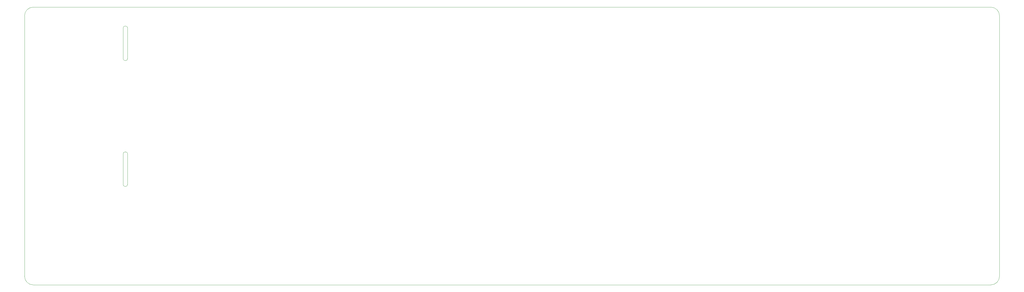
<source format=gbr>
%TF.GenerationSoftware,KiCad,Pcbnew,7.0.7*%
%TF.CreationDate,2024-01-26T16:38:05-05:00*%
%TF.ProjectId,midi-controller_main-board,6d696469-2d63-46f6-9e74-726f6c6c6572,rev?*%
%TF.SameCoordinates,Original*%
%TF.FileFunction,Profile,NP*%
%FSLAX46Y46*%
G04 Gerber Fmt 4.6, Leading zero omitted, Abs format (unit mm)*
G04 Created by KiCad (PCBNEW 7.0.7) date 2024-01-26 16:38:05*
%MOMM*%
%LPD*%
G01*
G04 APERTURE LIST*
%TA.AperFunction,Profile*%
%ADD10C,0.100000*%
%TD*%
G04 APERTURE END LIST*
D10*
X382178000Y-191554000D02*
X52178000Y-191554000D01*
X84678000Y-102804000D02*
X84678000Y-113304000D01*
X84678000Y-146304000D02*
X84678000Y-156804000D01*
X382178000Y-191554000D02*
G75*
G03*
X385178000Y-188554000I0J3000000D01*
G01*
X49178000Y-188554000D02*
G75*
G03*
X52178000Y-191554000I3000000J0D01*
G01*
X83178000Y-156804000D02*
G75*
G03*
X84678000Y-156804000I750000J0D01*
G01*
X52178000Y-95554000D02*
G75*
G03*
X49178000Y-98554000I0J-3000000D01*
G01*
X84678000Y-102804000D02*
G75*
G03*
X83178000Y-102804000I-750000J0D01*
G01*
X385178000Y-98554000D02*
X385178000Y-188554000D01*
X84678000Y-146304000D02*
G75*
G03*
X83178000Y-146304000I-750000J0D01*
G01*
X49178000Y-188554000D02*
X49178000Y-98554000D01*
X83178000Y-113304000D02*
G75*
G03*
X84678000Y-113304000I750000J0D01*
G01*
X52178000Y-95554000D02*
X382178000Y-95554000D01*
X83178000Y-102804000D02*
X83178000Y-113304000D01*
X385178000Y-98554000D02*
G75*
G03*
X382178000Y-95554000I-3000000J0D01*
G01*
X83178000Y-146304000D02*
X83178000Y-156804000D01*
M02*

</source>
